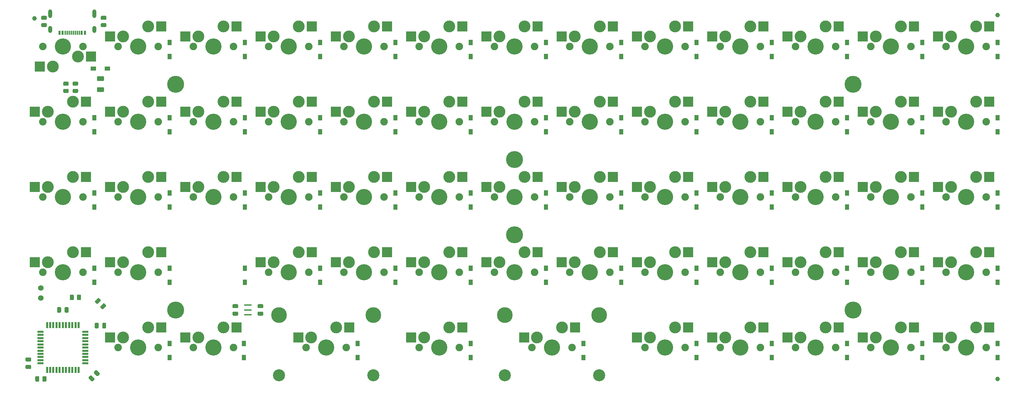
<source format=gbs>
G04 #@! TF.GenerationSoftware,KiCad,Pcbnew,(5.1.10-1-10_14)*
G04 #@! TF.CreationDate,2021-09-30T10:55:57+10:00*
G04 #@! TF.ProjectId,WTLBetter62,57544c42-6574-4746-9572-36322e6b6963,rev?*
G04 #@! TF.SameCoordinates,Original*
G04 #@! TF.FileFunction,Soldermask,Bot*
G04 #@! TF.FilePolarity,Negative*
%FSLAX46Y46*%
G04 Gerber Fmt 4.6, Leading zero omitted, Abs format (unit mm)*
G04 Created by KiCad (PCBNEW (5.1.10-1-10_14)) date 2021-09-30 10:55:57*
%MOMM*%
%LPD*%
G01*
G04 APERTURE LIST*
%ADD10R,1.900000X0.400000*%
%ADD11C,3.000000*%
%ADD12R,2.550000X2.500000*%
%ADD13C,1.900000*%
%ADD14C,4.100000*%
%ADD15C,1.152000*%
%ADD16C,3.048000*%
%ADD17C,3.987800*%
%ADD18R,0.600000X1.000000*%
%ADD19R,0.300000X1.000000*%
%ADD20O,1.000000X2.200000*%
%ADD21O,1.000000X1.800000*%
%ADD22C,1.400000*%
%ADD23C,4.300000*%
%ADD24R,1.000000X1.400000*%
%ADD25R,1.400000X1.000000*%
%ADD26R,1.500000X0.550000*%
%ADD27R,0.550000X1.500000*%
G04 APERTURE END LIST*
D10*
X80168750Y-51981250D03*
X80168750Y-53181250D03*
X80168750Y-54381250D03*
D11*
X30797500Y8413750D03*
X37147500Y10953750D03*
D12*
X27495500Y8413750D03*
D13*
X38417500Y13493750D03*
X28257500Y13493750D03*
D14*
X33337500Y13493750D03*
D12*
X40422500Y10953750D03*
D11*
X102552500Y-57626250D03*
X96202500Y-60166250D03*
D12*
X105854500Y-57626250D03*
D13*
X94932500Y-62706250D03*
X105092500Y-62706250D03*
D14*
X100012500Y-62706250D03*
D12*
X92927500Y-60166250D03*
D15*
X269875000Y21431250D03*
X26193750Y20637500D03*
X269875000Y-70643750D03*
D11*
X159702500Y-57626250D03*
X153352500Y-60166250D03*
D12*
X163004500Y-57626250D03*
D13*
X152082500Y-62706250D03*
X162242500Y-62706250D03*
D14*
X157162500Y-62706250D03*
D12*
X150077500Y-60166250D03*
D16*
X145224500Y-69691250D03*
X169100500Y-69691250D03*
D17*
X145224500Y-54451250D03*
X169100500Y-54451250D03*
D16*
X88074500Y-69691250D03*
X111950500Y-69691250D03*
D17*
X88074500Y-54451250D03*
X111950500Y-54451250D03*
G36*
G01*
X42844822Y-52247823D02*
X43516573Y-51576072D01*
G75*
G02*
X43870127Y-51576072I176777J-176777D01*
G01*
X44223680Y-51929625D01*
G75*
G02*
X44223680Y-52283179I-176777J-176777D01*
G01*
X43551929Y-52954930D01*
G75*
G02*
X43198375Y-52954930I-176777J176777D01*
G01*
X42844822Y-52601377D01*
G75*
G02*
X42844822Y-52247823I176777J176777D01*
G01*
G37*
G36*
G01*
X41501320Y-50904321D02*
X42173071Y-50232570D01*
G75*
G02*
X42526625Y-50232570I176777J-176777D01*
G01*
X42880178Y-50586123D01*
G75*
G02*
X42880178Y-50939677I-176777J-176777D01*
G01*
X42208427Y-51611428D01*
G75*
G02*
X41854873Y-51611428I-176777J176777D01*
G01*
X41501320Y-51257875D01*
G75*
G02*
X41501320Y-50904321I176777J176777D01*
G01*
G37*
D18*
X38128750Y16936000D03*
X33308750Y16936000D03*
X38928750Y16936000D03*
X32508750Y16936000D03*
D19*
X33968750Y16936000D03*
X34468750Y16936000D03*
X34968750Y16938000D03*
X35468750Y16936000D03*
X35968750Y16938000D03*
X36468750Y16936000D03*
X36968750Y16936000D03*
X37468750Y16936000D03*
D18*
X38128750Y16936000D03*
X38928750Y16936000D03*
X33308750Y16936000D03*
X32508750Y16936000D03*
D20*
X30138750Y21826000D03*
X41298750Y21826000D03*
D21*
X41298750Y17826000D03*
X30138750Y17826000D03*
D11*
X264477500Y-57626250D03*
X258127500Y-60166250D03*
D12*
X267779500Y-57626250D03*
D13*
X256857500Y-62706250D03*
X267017500Y-62706250D03*
D14*
X261937500Y-62706250D03*
D12*
X254852500Y-60166250D03*
D11*
X245427500Y-57626250D03*
X239077500Y-60166250D03*
D12*
X248729500Y-57626250D03*
D13*
X237807500Y-62706250D03*
X247967500Y-62706250D03*
D14*
X242887500Y-62706250D03*
D12*
X235802500Y-60166250D03*
D11*
X226377500Y-57626250D03*
X220027500Y-60166250D03*
D12*
X229679500Y-57626250D03*
D13*
X218757500Y-62706250D03*
X228917500Y-62706250D03*
D14*
X223837500Y-62706250D03*
D12*
X216752500Y-60166250D03*
D11*
X207327500Y-57626250D03*
X200977500Y-60166250D03*
D12*
X210629500Y-57626250D03*
D13*
X199707500Y-62706250D03*
X209867500Y-62706250D03*
D14*
X204787500Y-62706250D03*
D12*
X197702500Y-60166250D03*
D11*
X188277500Y-57626250D03*
X181927500Y-60166250D03*
D12*
X191579500Y-57626250D03*
D13*
X180657500Y-62706250D03*
X190817500Y-62706250D03*
D14*
X185737500Y-62706250D03*
D12*
X178652500Y-60166250D03*
D11*
X131127500Y-57626250D03*
X124777500Y-60166250D03*
D12*
X134429500Y-57626250D03*
D13*
X123507500Y-62706250D03*
X133667500Y-62706250D03*
D14*
X128587500Y-62706250D03*
D12*
X121502500Y-60166250D03*
D11*
X73977500Y-57626250D03*
X67627500Y-60166250D03*
D12*
X77279500Y-57626250D03*
D13*
X66357500Y-62706250D03*
X76517500Y-62706250D03*
D14*
X71437500Y-62706250D03*
D12*
X64352500Y-60166250D03*
D11*
X54927500Y-57626250D03*
X48577500Y-60166250D03*
D12*
X58229500Y-57626250D03*
D13*
X47307500Y-62706250D03*
X57467500Y-62706250D03*
D14*
X52387500Y-62706250D03*
D12*
X45302500Y-60166250D03*
D11*
X264477500Y-38576250D03*
X258127500Y-41116250D03*
D12*
X267779500Y-38576250D03*
D13*
X256857500Y-43656250D03*
X267017500Y-43656250D03*
D14*
X261937500Y-43656250D03*
D12*
X254852500Y-41116250D03*
D11*
X245427500Y-38576250D03*
X239077500Y-41116250D03*
D12*
X248729500Y-38576250D03*
D13*
X237807500Y-43656250D03*
X247967500Y-43656250D03*
D14*
X242887500Y-43656250D03*
D12*
X235802500Y-41116250D03*
D11*
X226377500Y-38576250D03*
X220027500Y-41116250D03*
D12*
X229679500Y-38576250D03*
D13*
X218757500Y-43656250D03*
X228917500Y-43656250D03*
D14*
X223837500Y-43656250D03*
D12*
X216752500Y-41116250D03*
D11*
X207327500Y-38576250D03*
X200977500Y-41116250D03*
D12*
X210629500Y-38576250D03*
D13*
X199707500Y-43656250D03*
X209867500Y-43656250D03*
D14*
X204787500Y-43656250D03*
D12*
X197702500Y-41116250D03*
D11*
X188277500Y-38576250D03*
X181927500Y-41116250D03*
D12*
X191579500Y-38576250D03*
D13*
X180657500Y-43656250D03*
X190817500Y-43656250D03*
D14*
X185737500Y-43656250D03*
D12*
X178652500Y-41116250D03*
D11*
X169227500Y-38576250D03*
X162877500Y-41116250D03*
D12*
X172529500Y-38576250D03*
D13*
X161607500Y-43656250D03*
X171767500Y-43656250D03*
D14*
X166687500Y-43656250D03*
D12*
X159602500Y-41116250D03*
D11*
X150177500Y-38576250D03*
X143827500Y-41116250D03*
D12*
X153479500Y-38576250D03*
D13*
X142557500Y-43656250D03*
X152717500Y-43656250D03*
D14*
X147637500Y-43656250D03*
D12*
X140552500Y-41116250D03*
D11*
X131127500Y-38576250D03*
X124777500Y-41116250D03*
D12*
X134429500Y-38576250D03*
D13*
X123507500Y-43656250D03*
X133667500Y-43656250D03*
D14*
X128587500Y-43656250D03*
D12*
X121502500Y-41116250D03*
D11*
X112077500Y-38576250D03*
X105727500Y-41116250D03*
D12*
X115379500Y-38576250D03*
D13*
X104457500Y-43656250D03*
X114617500Y-43656250D03*
D14*
X109537500Y-43656250D03*
D12*
X102452500Y-41116250D03*
D11*
X93027500Y-38576250D03*
X86677500Y-41116250D03*
D12*
X96329500Y-38576250D03*
D13*
X85407500Y-43656250D03*
X95567500Y-43656250D03*
D14*
X90487500Y-43656250D03*
D12*
X83402500Y-41116250D03*
D11*
X54927500Y-38576250D03*
X48577500Y-41116250D03*
D12*
X58229500Y-38576250D03*
D13*
X47307500Y-43656250D03*
X57467500Y-43656250D03*
D14*
X52387500Y-43656250D03*
D12*
X45302500Y-41116250D03*
D11*
X35877500Y-38576250D03*
X29527500Y-41116250D03*
D12*
X39179500Y-38576250D03*
D13*
X28257500Y-43656250D03*
X38417500Y-43656250D03*
D14*
X33337500Y-43656250D03*
D12*
X26252500Y-41116250D03*
D11*
X264477500Y-19526250D03*
X258127500Y-22066250D03*
D12*
X267779500Y-19526250D03*
D13*
X256857500Y-24606250D03*
X267017500Y-24606250D03*
D14*
X261937500Y-24606250D03*
D12*
X254852500Y-22066250D03*
D11*
X245427500Y-19526250D03*
X239077500Y-22066250D03*
D12*
X248729500Y-19526250D03*
D13*
X237807500Y-24606250D03*
X247967500Y-24606250D03*
D14*
X242887500Y-24606250D03*
D12*
X235802500Y-22066250D03*
D11*
X226377500Y-19526250D03*
X220027500Y-22066250D03*
D12*
X229679500Y-19526250D03*
D13*
X218757500Y-24606250D03*
X228917500Y-24606250D03*
D14*
X223837500Y-24606250D03*
D12*
X216752500Y-22066250D03*
D11*
X207327500Y-19526250D03*
X200977500Y-22066250D03*
D12*
X210629500Y-19526250D03*
D13*
X199707500Y-24606250D03*
X209867500Y-24606250D03*
D14*
X204787500Y-24606250D03*
D12*
X197702500Y-22066250D03*
D11*
X188277500Y-19526250D03*
X181927500Y-22066250D03*
D12*
X191579500Y-19526250D03*
D13*
X180657500Y-24606250D03*
X190817500Y-24606250D03*
D14*
X185737500Y-24606250D03*
D12*
X178652500Y-22066250D03*
D11*
X169227500Y-19526250D03*
X162877500Y-22066250D03*
D12*
X172529500Y-19526250D03*
D13*
X161607500Y-24606250D03*
X171767500Y-24606250D03*
D14*
X166687500Y-24606250D03*
D12*
X159602500Y-22066250D03*
D11*
X150177500Y-19526250D03*
X143827500Y-22066250D03*
D12*
X153479500Y-19526250D03*
D13*
X142557500Y-24606250D03*
X152717500Y-24606250D03*
D14*
X147637500Y-24606250D03*
D12*
X140552500Y-22066250D03*
D11*
X131127500Y-19526250D03*
X124777500Y-22066250D03*
D12*
X134429500Y-19526250D03*
D13*
X123507500Y-24606250D03*
X133667500Y-24606250D03*
D14*
X128587500Y-24606250D03*
D12*
X121502500Y-22066250D03*
D11*
X112077500Y-19526250D03*
X105727500Y-22066250D03*
D12*
X115379500Y-19526250D03*
D13*
X104457500Y-24606250D03*
X114617500Y-24606250D03*
D14*
X109537500Y-24606250D03*
D12*
X102452500Y-22066250D03*
D11*
X93027500Y-19526250D03*
X86677500Y-22066250D03*
D12*
X96329500Y-19526250D03*
D13*
X85407500Y-24606250D03*
X95567500Y-24606250D03*
D14*
X90487500Y-24606250D03*
D12*
X83402500Y-22066250D03*
D11*
X73977500Y-19526250D03*
X67627500Y-22066250D03*
D12*
X77279500Y-19526250D03*
D13*
X66357500Y-24606250D03*
X76517500Y-24606250D03*
D14*
X71437500Y-24606250D03*
D12*
X64352500Y-22066250D03*
D11*
X54927500Y-19526250D03*
X48577500Y-22066250D03*
D12*
X58229500Y-19526250D03*
D13*
X47307500Y-24606250D03*
X57467500Y-24606250D03*
D14*
X52387500Y-24606250D03*
D12*
X45302500Y-22066250D03*
D11*
X35877500Y-19526250D03*
X29527500Y-22066250D03*
D12*
X39179500Y-19526250D03*
D13*
X28257500Y-24606250D03*
X38417500Y-24606250D03*
D14*
X33337500Y-24606250D03*
D12*
X26252500Y-22066250D03*
D11*
X264477500Y-476250D03*
X258127500Y-3016250D03*
D12*
X267779500Y-476250D03*
D13*
X256857500Y-5556250D03*
X267017500Y-5556250D03*
D14*
X261937500Y-5556250D03*
D12*
X254852500Y-3016250D03*
D11*
X245427500Y-476250D03*
X239077500Y-3016250D03*
D12*
X248729500Y-476250D03*
D13*
X237807500Y-5556250D03*
X247967500Y-5556250D03*
D14*
X242887500Y-5556250D03*
D12*
X235802500Y-3016250D03*
D11*
X226377500Y-476250D03*
X220027500Y-3016250D03*
D12*
X229679500Y-476250D03*
D13*
X218757500Y-5556250D03*
X228917500Y-5556250D03*
D14*
X223837500Y-5556250D03*
D12*
X216752500Y-3016250D03*
D11*
X207327500Y-476250D03*
X200977500Y-3016250D03*
D12*
X210629500Y-476250D03*
D13*
X199707500Y-5556250D03*
X209867500Y-5556250D03*
D14*
X204787500Y-5556250D03*
D12*
X197702500Y-3016250D03*
D11*
X188277500Y-476250D03*
X181927500Y-3016250D03*
D12*
X191579500Y-476250D03*
D13*
X180657500Y-5556250D03*
X190817500Y-5556250D03*
D14*
X185737500Y-5556250D03*
D12*
X178652500Y-3016250D03*
D11*
X169227500Y-476250D03*
X162877500Y-3016250D03*
D12*
X172529500Y-476250D03*
D13*
X161607500Y-5556250D03*
X171767500Y-5556250D03*
D14*
X166687500Y-5556250D03*
D12*
X159602500Y-3016250D03*
D11*
X150177500Y-476250D03*
X143827500Y-3016250D03*
D12*
X153479500Y-476250D03*
D13*
X142557500Y-5556250D03*
X152717500Y-5556250D03*
D14*
X147637500Y-5556250D03*
D12*
X140552500Y-3016250D03*
D11*
X131127500Y-476250D03*
X124777500Y-3016250D03*
D12*
X134429500Y-476250D03*
D13*
X123507500Y-5556250D03*
X133667500Y-5556250D03*
D14*
X128587500Y-5556250D03*
D12*
X121502500Y-3016250D03*
D11*
X112077500Y-476250D03*
X105727500Y-3016250D03*
D12*
X115379500Y-476250D03*
D13*
X104457500Y-5556250D03*
X114617500Y-5556250D03*
D14*
X109537500Y-5556250D03*
D12*
X102452500Y-3016250D03*
D11*
X93027500Y-476250D03*
X86677500Y-3016250D03*
D12*
X96329500Y-476250D03*
D13*
X85407500Y-5556250D03*
X95567500Y-5556250D03*
D14*
X90487500Y-5556250D03*
D12*
X83402500Y-3016250D03*
D11*
X73977500Y-476250D03*
X67627500Y-3016250D03*
D12*
X77279500Y-476250D03*
D13*
X66357500Y-5556250D03*
X76517500Y-5556250D03*
D14*
X71437500Y-5556250D03*
D12*
X64352500Y-3016250D03*
D11*
X54927500Y-476250D03*
X48577500Y-3016250D03*
D12*
X58229500Y-476250D03*
D13*
X47307500Y-5556250D03*
X57467500Y-5556250D03*
D14*
X52387500Y-5556250D03*
D12*
X45302500Y-3016250D03*
D11*
X35877500Y-476250D03*
X29527500Y-3016250D03*
D12*
X39179500Y-476250D03*
D13*
X28257500Y-5556250D03*
X38417500Y-5556250D03*
D14*
X33337500Y-5556250D03*
D12*
X26252500Y-3016250D03*
D11*
X264477500Y18573750D03*
X258127500Y16033750D03*
D12*
X267779500Y18573750D03*
D13*
X256857500Y13493750D03*
X267017500Y13493750D03*
D14*
X261937500Y13493750D03*
D12*
X254852500Y16033750D03*
D11*
X245427500Y18573750D03*
X239077500Y16033750D03*
D12*
X248729500Y18573750D03*
D13*
X237807500Y13493750D03*
X247967500Y13493750D03*
D14*
X242887500Y13493750D03*
D12*
X235802500Y16033750D03*
D11*
X226377500Y18573750D03*
X220027500Y16033750D03*
D12*
X229679500Y18573750D03*
D13*
X218757500Y13493750D03*
X228917500Y13493750D03*
D14*
X223837500Y13493750D03*
D12*
X216752500Y16033750D03*
D11*
X207327500Y18573750D03*
X200977500Y16033750D03*
D12*
X210629500Y18573750D03*
D13*
X199707500Y13493750D03*
X209867500Y13493750D03*
D14*
X204787500Y13493750D03*
D12*
X197702500Y16033750D03*
D11*
X188277500Y18573750D03*
X181927500Y16033750D03*
D12*
X191579500Y18573750D03*
D13*
X180657500Y13493750D03*
X190817500Y13493750D03*
D14*
X185737500Y13493750D03*
D12*
X178652500Y16033750D03*
D11*
X169227500Y18573750D03*
X162877500Y16033750D03*
D12*
X172529500Y18573750D03*
D13*
X161607500Y13493750D03*
X171767500Y13493750D03*
D14*
X166687500Y13493750D03*
D12*
X159602500Y16033750D03*
D11*
X150177500Y18573750D03*
X143827500Y16033750D03*
D12*
X153479500Y18573750D03*
D13*
X142557500Y13493750D03*
X152717500Y13493750D03*
D14*
X147637500Y13493750D03*
D12*
X140552500Y16033750D03*
D11*
X131127500Y18573750D03*
X124777500Y16033750D03*
D12*
X134429500Y18573750D03*
D13*
X123507500Y13493750D03*
X133667500Y13493750D03*
D14*
X128587500Y13493750D03*
D12*
X121502500Y16033750D03*
D11*
X112077500Y18573750D03*
X105727500Y16033750D03*
D12*
X115379500Y18573750D03*
D13*
X104457500Y13493750D03*
X114617500Y13493750D03*
D14*
X109537500Y13493750D03*
D12*
X102452500Y16033750D03*
D11*
X93027500Y18573750D03*
X86677500Y16033750D03*
D12*
X96329500Y18573750D03*
D13*
X85407500Y13493750D03*
X95567500Y13493750D03*
D14*
X90487500Y13493750D03*
D12*
X83402500Y16033750D03*
D11*
X73977500Y18573750D03*
X67627500Y16033750D03*
D12*
X77279500Y18573750D03*
D13*
X66357500Y13493750D03*
X76517500Y13493750D03*
D14*
X71437500Y13493750D03*
D12*
X64352500Y16033750D03*
D11*
X54927500Y18573750D03*
X48577500Y16033750D03*
D12*
X58229500Y18573750D03*
D13*
X47307500Y13493750D03*
X57467500Y13493750D03*
D14*
X52387500Y13493750D03*
D12*
X45302500Y16033750D03*
D22*
X27781250Y-50165000D03*
X27781250Y-47625000D03*
D23*
X147637500Y-15081250D03*
X147637500Y-34131250D03*
X233362500Y3968750D03*
X233362500Y-53181250D03*
X61912500Y-53181250D03*
X61912500Y3968750D03*
D24*
X269875000Y-61725000D03*
X269875000Y-65275000D03*
X250825000Y-61725000D03*
X250825000Y-65275000D03*
X231775000Y-61725000D03*
X231775000Y-65275000D03*
X212725000Y-61725000D03*
X212725000Y-65275000D03*
X193675000Y-61725000D03*
X193675000Y-65275000D03*
X165100000Y-61725000D03*
X165100000Y-65275000D03*
X136525000Y-61725000D03*
X136525000Y-65275000D03*
X107950000Y-61725000D03*
X107950000Y-65275000D03*
X79146250Y-61725000D03*
X79146250Y-65275000D03*
X60325000Y-61725000D03*
X60325000Y-65275000D03*
X269875000Y-42675000D03*
X269875000Y-46225000D03*
X250825000Y-42675000D03*
X250825000Y-46225000D03*
X231775000Y-42675000D03*
X231775000Y-46225000D03*
X212725000Y-42675000D03*
X212725000Y-46225000D03*
X193675000Y-42675000D03*
X193675000Y-46225000D03*
X174625000Y-42675000D03*
X174625000Y-46225000D03*
X155575000Y-42675000D03*
X155575000Y-46225000D03*
X136525000Y-42675000D03*
X136525000Y-46225000D03*
X117475000Y-42675000D03*
X117475000Y-46225000D03*
X98425000Y-42675000D03*
X98425000Y-46225000D03*
X79375000Y-42675000D03*
X79375000Y-46225000D03*
X60325000Y-42675000D03*
X60325000Y-46225000D03*
X41275000Y-42675000D03*
X41275000Y-46225000D03*
X269875000Y-23625000D03*
X269875000Y-27175000D03*
X250825000Y-23625000D03*
X250825000Y-27175000D03*
X231775000Y-23625000D03*
X231775000Y-27175000D03*
X212725000Y-23625000D03*
X212725000Y-27175000D03*
X193675000Y-23625000D03*
X193675000Y-27175000D03*
X174625000Y-23625000D03*
X174625000Y-27175000D03*
X155575000Y-23625000D03*
X155575000Y-27175000D03*
X136525000Y-23625000D03*
X136525000Y-27175000D03*
X117475000Y-23625000D03*
X117475000Y-27175000D03*
X98425000Y-23625000D03*
X98425000Y-27175000D03*
X79375000Y-23625000D03*
X79375000Y-27175000D03*
X60325000Y-23625000D03*
X60325000Y-27175000D03*
X41275000Y-23625000D03*
X41275000Y-27175000D03*
X269875000Y-4575000D03*
X269875000Y-8125000D03*
X250825000Y-4575000D03*
X250825000Y-8125000D03*
X231775000Y-4575000D03*
X231775000Y-8125000D03*
X212725000Y-4575000D03*
X212725000Y-8125000D03*
X193675000Y-4575000D03*
X193675000Y-8125000D03*
X174625000Y-4575000D03*
X174625000Y-8125000D03*
X155575000Y-4575000D03*
X155575000Y-8125000D03*
X136525000Y-4575000D03*
X136525000Y-8125000D03*
X117475000Y-4575000D03*
X117475000Y-8125000D03*
X98425000Y-4575000D03*
X98425000Y-8125000D03*
X79375000Y-4575000D03*
X79375000Y-8125000D03*
X60325000Y-4575000D03*
X60325000Y-8125000D03*
X41275000Y-4575000D03*
X41275000Y-8125000D03*
X269875000Y14475000D03*
X269875000Y10925000D03*
X250825000Y14475000D03*
X250825000Y10925000D03*
X231775000Y14475000D03*
X231775000Y10925000D03*
X212725000Y14475000D03*
X212725000Y10925000D03*
X193675000Y14475000D03*
X193675000Y10925000D03*
X174625000Y14475000D03*
X174625000Y10925000D03*
X155575000Y14475000D03*
X155575000Y10925000D03*
X136525000Y14475000D03*
X136525000Y10925000D03*
X117475000Y14475000D03*
X117475000Y10925000D03*
X98425000Y14475000D03*
X98425000Y10925000D03*
X79375000Y14475000D03*
X79375000Y10925000D03*
X60325000Y14475000D03*
X60325000Y10925000D03*
D25*
X41087500Y7937500D03*
X44637500Y7937500D03*
D26*
X27637500Y-58706250D03*
X27637500Y-59506250D03*
X27637500Y-60306250D03*
X27637500Y-61106250D03*
X27637500Y-61906250D03*
X27637500Y-62706250D03*
X27637500Y-63506250D03*
X27637500Y-64306250D03*
X27637500Y-65106250D03*
X27637500Y-65906250D03*
X27637500Y-66706250D03*
D27*
X29337500Y-68406250D03*
X30137500Y-68406250D03*
X30937500Y-68406250D03*
X31737500Y-68406250D03*
X32537500Y-68406250D03*
X33337500Y-68406250D03*
X34137500Y-68406250D03*
X34937500Y-68406250D03*
X35737500Y-68406250D03*
X36537500Y-68406250D03*
X37337500Y-68406250D03*
D26*
X39037500Y-66706250D03*
X39037500Y-65906250D03*
X39037500Y-65106250D03*
X39037500Y-64306250D03*
X39037500Y-63506250D03*
X39037500Y-62706250D03*
X39037500Y-61906250D03*
X39037500Y-61106250D03*
X39037500Y-60306250D03*
X39037500Y-59506250D03*
X39037500Y-58706250D03*
D27*
X37337500Y-57006250D03*
X36537500Y-57006250D03*
X35737500Y-57006250D03*
X34937500Y-57006250D03*
X34137500Y-57006250D03*
X33337500Y-57006250D03*
X32537500Y-57006250D03*
X31737500Y-57006250D03*
X30937500Y-57006250D03*
X30137500Y-57006250D03*
X29337500Y-57006250D03*
G36*
G01*
X43206249Y19443750D02*
X44106251Y19443750D01*
G75*
G02*
X44356250Y19193751I0J-249999D01*
G01*
X44356250Y18668749D01*
G75*
G02*
X44106251Y18418750I-249999J0D01*
G01*
X43206249Y18418750D01*
G75*
G02*
X42956250Y18668749I0J249999D01*
G01*
X42956250Y19193751D01*
G75*
G02*
X43206249Y19443750I249999J0D01*
G01*
G37*
G36*
G01*
X43206249Y21268750D02*
X44106251Y21268750D01*
G75*
G02*
X44356250Y21018751I0J-249999D01*
G01*
X44356250Y20493749D01*
G75*
G02*
X44106251Y20243750I-249999J0D01*
G01*
X43206249Y20243750D01*
G75*
G02*
X42956250Y20493749I0J249999D01*
G01*
X42956250Y21018751D01*
G75*
G02*
X43206249Y21268750I249999J0D01*
G01*
G37*
G36*
G01*
X28124999Y19443750D02*
X29025001Y19443750D01*
G75*
G02*
X29275000Y19193751I0J-249999D01*
G01*
X29275000Y18668749D01*
G75*
G02*
X29025001Y18418750I-249999J0D01*
G01*
X28124999Y18418750D01*
G75*
G02*
X27875000Y18668749I0J249999D01*
G01*
X27875000Y19193751D01*
G75*
G02*
X28124999Y19443750I249999J0D01*
G01*
G37*
G36*
G01*
X28124999Y21268750D02*
X29025001Y21268750D01*
G75*
G02*
X29275000Y21018751I0J-249999D01*
G01*
X29275000Y20493749D01*
G75*
G02*
X29025001Y20243750I-249999J0D01*
G01*
X28124999Y20243750D01*
G75*
G02*
X27875000Y20493749I0J249999D01*
G01*
X27875000Y21018751D01*
G75*
G02*
X28124999Y21268750I249999J0D01*
G01*
G37*
G36*
G01*
X28181250Y-71093751D02*
X28181250Y-70193749D01*
G75*
G02*
X28431249Y-69943750I249999J0D01*
G01*
X28956251Y-69943750D01*
G75*
G02*
X29206250Y-70193749I0J-249999D01*
G01*
X29206250Y-71093751D01*
G75*
G02*
X28956251Y-71343750I-249999J0D01*
G01*
X28431249Y-71343750D01*
G75*
G02*
X28181250Y-71093751I0J249999D01*
G01*
G37*
G36*
G01*
X26356250Y-71093751D02*
X26356250Y-70193749D01*
G75*
G02*
X26606249Y-69943750I249999J0D01*
G01*
X27131251Y-69943750D01*
G75*
G02*
X27381250Y-70193749I0J-249999D01*
G01*
X27381250Y-71093751D01*
G75*
G02*
X27131251Y-71343750I-249999J0D01*
G01*
X26606249Y-71343750D01*
G75*
G02*
X26356250Y-71093751I0J249999D01*
G01*
G37*
G36*
G01*
X34581251Y3575000D02*
X33681249Y3575000D01*
G75*
G02*
X33431250Y3824999I0J249999D01*
G01*
X33431250Y4350001D01*
G75*
G02*
X33681249Y4600000I249999J0D01*
G01*
X34581251Y4600000D01*
G75*
G02*
X34831250Y4350001I0J-249999D01*
G01*
X34831250Y3824999D01*
G75*
G02*
X34581251Y3575000I-249999J0D01*
G01*
G37*
G36*
G01*
X34581251Y1750000D02*
X33681249Y1750000D01*
G75*
G02*
X33431250Y1999999I0J249999D01*
G01*
X33431250Y2525001D01*
G75*
G02*
X33681249Y2775000I249999J0D01*
G01*
X34581251Y2775000D01*
G75*
G02*
X34831250Y2525001I0J-249999D01*
G01*
X34831250Y1999999D01*
G75*
G02*
X34581251Y1750000I-249999J0D01*
G01*
G37*
G36*
G01*
X36962501Y3575000D02*
X36062499Y3575000D01*
G75*
G02*
X35812500Y3824999I0J249999D01*
G01*
X35812500Y4350001D01*
G75*
G02*
X36062499Y4600000I249999J0D01*
G01*
X36962501Y4600000D01*
G75*
G02*
X37212500Y4350001I0J-249999D01*
G01*
X37212500Y3824999D01*
G75*
G02*
X36962501Y3575000I-249999J0D01*
G01*
G37*
G36*
G01*
X36962501Y1750000D02*
X36062499Y1750000D01*
G75*
G02*
X35812500Y1999999I0J249999D01*
G01*
X35812500Y2525001D01*
G75*
G02*
X36062499Y2775000I249999J0D01*
G01*
X36962501Y2775000D01*
G75*
G02*
X37212500Y2525001I0J-249999D01*
G01*
X37212500Y1999999D01*
G75*
G02*
X36962501Y1750000I-249999J0D01*
G01*
G37*
G36*
G01*
X36112500Y-49556249D02*
X36112500Y-50456251D01*
G75*
G02*
X35862501Y-50706250I-249999J0D01*
G01*
X35337499Y-50706250D01*
G75*
G02*
X35087500Y-50456251I0J249999D01*
G01*
X35087500Y-49556249D01*
G75*
G02*
X35337499Y-49306250I249999J0D01*
G01*
X35862501Y-49306250D01*
G75*
G02*
X36112500Y-49556249I0J-249999D01*
G01*
G37*
G36*
G01*
X37937500Y-49556249D02*
X37937500Y-50456251D01*
G75*
G02*
X37687501Y-50706250I-249999J0D01*
G01*
X37162499Y-50706250D01*
G75*
G02*
X36912500Y-50456251I0J249999D01*
G01*
X36912500Y-49556249D01*
G75*
G02*
X37162499Y-49306250I249999J0D01*
G01*
X37687501Y-49306250D01*
G75*
G02*
X37937500Y-49556249I0J-249999D01*
G01*
G37*
G36*
G01*
X43487500Y4743750D02*
X42237500Y4743750D01*
G75*
G02*
X41987500Y4993750I0J250000D01*
G01*
X41987500Y5743750D01*
G75*
G02*
X42237500Y5993750I250000J0D01*
G01*
X43487500Y5993750D01*
G75*
G02*
X43737500Y5743750I0J-250000D01*
G01*
X43737500Y4993750D01*
G75*
G02*
X43487500Y4743750I-250000J0D01*
G01*
G37*
G36*
G01*
X43487500Y1943750D02*
X42237500Y1943750D01*
G75*
G02*
X41987500Y2193750I0J250000D01*
G01*
X41987500Y2943750D01*
G75*
G02*
X42237500Y3193750I250000J0D01*
G01*
X43487500Y3193750D01*
G75*
G02*
X43737500Y2943750I0J-250000D01*
G01*
X43737500Y2193750D01*
G75*
G02*
X43487500Y1943750I-250000J0D01*
G01*
G37*
G36*
G01*
X41929073Y-69867678D02*
X41257322Y-69195927D01*
G75*
G02*
X41257322Y-68842373I176777J176777D01*
G01*
X41610875Y-68488820D01*
G75*
G02*
X41964429Y-68488820I176777J-176777D01*
G01*
X42636180Y-69160571D01*
G75*
G02*
X42636180Y-69514125I-176777J-176777D01*
G01*
X42282627Y-69867678D01*
G75*
G02*
X41929073Y-69867678I-176777J176777D01*
G01*
G37*
G36*
G01*
X40585571Y-71211180D02*
X39913820Y-70539429D01*
G75*
G02*
X39913820Y-70185875I176777J176777D01*
G01*
X40267373Y-69832322D01*
G75*
G02*
X40620927Y-69832322I176777J-176777D01*
G01*
X41292678Y-70504073D01*
G75*
G02*
X41292678Y-70857627I-176777J-176777D01*
G01*
X40939125Y-71211180D01*
G75*
G02*
X40585571Y-71211180I-176777J176777D01*
G01*
G37*
G36*
G01*
X43312500Y-57625000D02*
X43312500Y-56675000D01*
G75*
G02*
X43562500Y-56425000I250000J0D01*
G01*
X44062500Y-56425000D01*
G75*
G02*
X44312500Y-56675000I0J-250000D01*
G01*
X44312500Y-57625000D01*
G75*
G02*
X44062500Y-57875000I-250000J0D01*
G01*
X43562500Y-57875000D01*
G75*
G02*
X43312500Y-57625000I0J250000D01*
G01*
G37*
G36*
G01*
X41412500Y-57625000D02*
X41412500Y-56675000D01*
G75*
G02*
X41662500Y-56425000I250000J0D01*
G01*
X42162500Y-56425000D01*
G75*
G02*
X42412500Y-56675000I0J-250000D01*
G01*
X42412500Y-57625000D01*
G75*
G02*
X42162500Y-57875000I-250000J0D01*
G01*
X41662500Y-57875000D01*
G75*
G02*
X41412500Y-57625000I0J250000D01*
G01*
G37*
G36*
G01*
X25081250Y-66225000D02*
X24131250Y-66225000D01*
G75*
G02*
X23881250Y-65975000I0J250000D01*
G01*
X23881250Y-65475000D01*
G75*
G02*
X24131250Y-65225000I250000J0D01*
G01*
X25081250Y-65225000D01*
G75*
G02*
X25331250Y-65475000I0J-250000D01*
G01*
X25331250Y-65975000D01*
G75*
G02*
X25081250Y-66225000I-250000J0D01*
G01*
G37*
G36*
G01*
X25081250Y-68125000D02*
X24131250Y-68125000D01*
G75*
G02*
X23881250Y-67875000I0J250000D01*
G01*
X23881250Y-67375000D01*
G75*
G02*
X24131250Y-67125000I250000J0D01*
G01*
X25081250Y-67125000D01*
G75*
G02*
X25331250Y-67375000I0J-250000D01*
G01*
X25331250Y-67875000D01*
G75*
G02*
X25081250Y-68125000I-250000J0D01*
G01*
G37*
G36*
G01*
X32887500Y-52706250D02*
X32887500Y-53656250D01*
G75*
G02*
X32637500Y-53906250I-250000J0D01*
G01*
X32137500Y-53906250D01*
G75*
G02*
X31887500Y-53656250I0J250000D01*
G01*
X31887500Y-52706250D01*
G75*
G02*
X32137500Y-52456250I250000J0D01*
G01*
X32637500Y-52456250D01*
G75*
G02*
X32887500Y-52706250I0J-250000D01*
G01*
G37*
G36*
G01*
X34787500Y-52706250D02*
X34787500Y-53656250D01*
G75*
G02*
X34537500Y-53906250I-250000J0D01*
G01*
X34037500Y-53906250D01*
G75*
G02*
X33787500Y-53656250I0J250000D01*
G01*
X33787500Y-52706250D01*
G75*
G02*
X34037500Y-52456250I250000J0D01*
G01*
X34537500Y-52456250D01*
G75*
G02*
X34787500Y-52706250I0J-250000D01*
G01*
G37*
G36*
G01*
X76518750Y-53631250D02*
X77468750Y-53631250D01*
G75*
G02*
X77718750Y-53881250I0J-250000D01*
G01*
X77718750Y-54381250D01*
G75*
G02*
X77468750Y-54631250I-250000J0D01*
G01*
X76518750Y-54631250D01*
G75*
G02*
X76268750Y-54381250I0J250000D01*
G01*
X76268750Y-53881250D01*
G75*
G02*
X76518750Y-53631250I250000J0D01*
G01*
G37*
G36*
G01*
X76518750Y-51731250D02*
X77468750Y-51731250D01*
G75*
G02*
X77718750Y-51981250I0J-250000D01*
G01*
X77718750Y-52481250D01*
G75*
G02*
X77468750Y-52731250I-250000J0D01*
G01*
X76518750Y-52731250D01*
G75*
G02*
X76268750Y-52481250I0J250000D01*
G01*
X76268750Y-51981250D01*
G75*
G02*
X76518750Y-51731250I250000J0D01*
G01*
G37*
G36*
G01*
X83818750Y-52731250D02*
X82868750Y-52731250D01*
G75*
G02*
X82618750Y-52481250I0J250000D01*
G01*
X82618750Y-51981250D01*
G75*
G02*
X82868750Y-51731250I250000J0D01*
G01*
X83818750Y-51731250D01*
G75*
G02*
X84068750Y-51981250I0J-250000D01*
G01*
X84068750Y-52481250D01*
G75*
G02*
X83818750Y-52731250I-250000J0D01*
G01*
G37*
G36*
G01*
X83818750Y-54631250D02*
X82868750Y-54631250D01*
G75*
G02*
X82618750Y-54381250I0J250000D01*
G01*
X82618750Y-53881250D01*
G75*
G02*
X82868750Y-53631250I250000J0D01*
G01*
X83818750Y-53631250D01*
G75*
G02*
X84068750Y-53881250I0J-250000D01*
G01*
X84068750Y-54381250D01*
G75*
G02*
X83818750Y-54631250I-250000J0D01*
G01*
G37*
M02*

</source>
